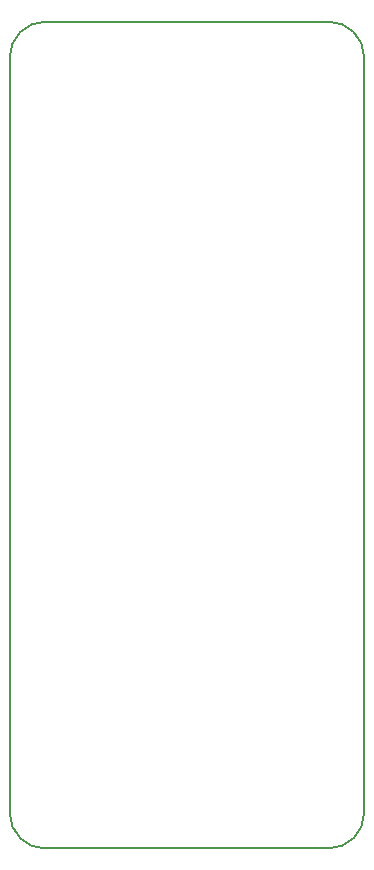
<source format=gbr>
G04 DipTrace 3.2.0.1*
G04 BoardOutline.gbr*
%MOMM*%
G04 #@! TF.FileFunction,Profile*
G04 #@! TF.Part,Single*
%ADD11C,0.14*%
%FSLAX35Y35*%
G04*
G71*
G90*
G75*
G01*
G04 BoardOutline*
%LPD*%
X1300000Y1000000D2*
D11*
X3700000D1*
G03X4000000Y1300000I4J299996D01*
G01*
Y7700000D1*
G03X3700000Y8000000I-299996J4D01*
G01*
X1300000D1*
G03X1000000Y7700000I-4J-299996D01*
G01*
Y1300000D1*
G03X1300000Y1000000I299996J-4D01*
G01*
M02*

</source>
